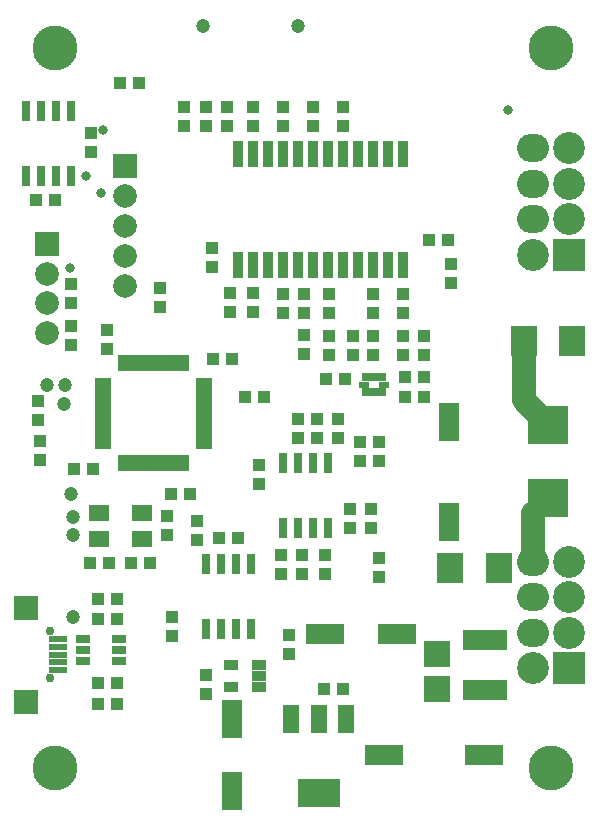
<source format=gts>
G04 Layer_Color=8388736*
%FSLAX25Y25*%
%MOIN*%
G70*
G01*
G75*
%ADD36C,0.07874*%
%ADD58R,0.04343X0.03950*%
%ADD59R,0.03950X0.04343*%
%ADD60R,0.03162X0.06784*%
%ADD61R,0.06706X0.12611*%
%ADD62R,0.04737X0.03162*%
%ADD63R,0.08674X0.09855*%
%ADD64R,0.14579X0.06706*%
%ADD65R,0.03359X0.08674*%
%ADD66R,0.06115X0.02375*%
%ADD67R,0.07887X0.08280*%
%ADD68C,0.04737*%
%ADD69R,0.07099X0.05721*%
%ADD70R,0.05131X0.03359*%
%ADD71R,0.05524X0.09461*%
%ADD72R,0.14186X0.09461*%
%ADD73R,0.12611X0.06706*%
%ADD74R,0.08674X0.08674*%
%ADD75R,0.05524X0.01981*%
%ADD76R,0.01981X0.05524*%
%ADD77R,0.13792X0.12611*%
%ADD78R,0.01981X0.03064*%
%ADD79R,0.03280X0.01981*%
%ADD80C,0.07887*%
%ADD81R,0.07887X0.07887*%
%ADD82C,0.02965*%
%ADD83C,0.14973*%
%ADD84R,0.10642X0.10642*%
%ADD85C,0.10642*%
%ADD86O,0.10642X0.09461*%
%ADD87O,0.10642X0.09461*%
%ADD88C,0.03162*%
D36*
X368890Y335315D02*
X376071Y328134D01*
X368890Y335315D02*
Y355000D01*
X372047Y281496D02*
Y297843D01*
D58*
X240650Y441000D02*
D03*
X234350Y441000D02*
D03*
X230650Y281000D02*
D03*
X224350Y281000D02*
D03*
X237850D02*
D03*
X244150Y281000D02*
D03*
X212650Y402000D02*
D03*
X206350Y402000D02*
D03*
X233150Y234000D02*
D03*
X226850Y234000D02*
D03*
Y269000D02*
D03*
X233150Y269000D02*
D03*
X225150Y312500D02*
D03*
X218850Y312500D02*
D03*
X226850Y262500D02*
D03*
X233150Y262500D02*
D03*
X226850Y241000D02*
D03*
X233150Y241000D02*
D03*
X329350Y336500D02*
D03*
X335650Y336500D02*
D03*
X343650Y388650D02*
D03*
X337350Y388650D02*
D03*
X251350Y304000D02*
D03*
X257650Y304000D02*
D03*
X267350Y289500D02*
D03*
X273650Y289500D02*
D03*
X308650Y239000D02*
D03*
X302350Y239000D02*
D03*
X282150Y336500D02*
D03*
X275850Y336500D02*
D03*
X265350Y349000D02*
D03*
X271650Y349000D02*
D03*
X302850Y342500D02*
D03*
X309150Y342500D02*
D03*
X335650Y343000D02*
D03*
X329350Y343000D02*
D03*
X314350Y321500D02*
D03*
X320650Y321500D02*
D03*
Y315000D02*
D03*
X314350Y315000D02*
D03*
D59*
X224500Y418000D02*
D03*
X224500Y424299D02*
D03*
X304000Y356799D02*
D03*
X304000Y350500D02*
D03*
X270000Y433150D02*
D03*
X270000Y426850D02*
D03*
X318500Y370650D02*
D03*
X318500Y364350D02*
D03*
X308500Y433150D02*
D03*
X308500Y426850D02*
D03*
X271000Y364850D02*
D03*
X271000Y371150D02*
D03*
X335500Y350350D02*
D03*
X335500Y356650D02*
D03*
X255500Y426850D02*
D03*
X255500Y433150D02*
D03*
X207500Y315350D02*
D03*
X207500Y321650D02*
D03*
X207000Y335150D02*
D03*
X207000Y328850D02*
D03*
X304000Y364500D02*
D03*
X304000Y370799D02*
D03*
X312000Y350350D02*
D03*
X312000Y356650D02*
D03*
X278500Y426850D02*
D03*
X278500Y433150D02*
D03*
Y371150D02*
D03*
X278500Y364850D02*
D03*
X298500Y426850D02*
D03*
X298500Y433150D02*
D03*
X295500Y364350D02*
D03*
X295500Y370650D02*
D03*
X288500Y364350D02*
D03*
X288500Y370650D02*
D03*
X265000Y386150D02*
D03*
X265000Y379850D02*
D03*
X280500Y313650D02*
D03*
X280500Y307350D02*
D03*
X288500Y426850D02*
D03*
X288500Y433150D02*
D03*
X328500Y370650D02*
D03*
X328500Y364350D02*
D03*
Y350350D02*
D03*
X328500Y356650D02*
D03*
X263000Y426850D02*
D03*
X263000Y433150D02*
D03*
X247500Y366350D02*
D03*
X247500Y372650D02*
D03*
X251500Y263150D02*
D03*
X251500Y256850D02*
D03*
X250000Y296650D02*
D03*
X250000Y290350D02*
D03*
X260000Y288850D02*
D03*
X260000Y295150D02*
D03*
X290500Y257150D02*
D03*
X290500Y250850D02*
D03*
X263000Y237350D02*
D03*
X263000Y243650D02*
D03*
X320500Y282650D02*
D03*
X320500Y276350D02*
D03*
X311000Y299150D02*
D03*
X311000Y292850D02*
D03*
X318000D02*
D03*
X318000Y299150D02*
D03*
X288000Y283650D02*
D03*
X288000Y277350D02*
D03*
X302500Y283650D02*
D03*
X302500Y277350D02*
D03*
X295000D02*
D03*
X295000Y283650D02*
D03*
X230000Y352350D02*
D03*
X230000Y358650D02*
D03*
X218000Y374150D02*
D03*
X218000Y367850D02*
D03*
X218000Y360150D02*
D03*
X218000Y353850D02*
D03*
X344500Y380650D02*
D03*
X344500Y374350D02*
D03*
X295500Y350850D02*
D03*
X295500Y357150D02*
D03*
X293500Y322850D02*
D03*
X293500Y329150D02*
D03*
X300000D02*
D03*
X300000Y322850D02*
D03*
X307000D02*
D03*
X307000Y329150D02*
D03*
X318500Y356650D02*
D03*
X318500Y350350D02*
D03*
D60*
X213000Y431827D02*
D03*
X218000D02*
D03*
X208000D02*
D03*
X203000D02*
D03*
X218000Y410173D02*
D03*
X213000D02*
D03*
X203000D02*
D03*
X208000D02*
D03*
X273000Y280827D02*
D03*
X278000D02*
D03*
X268000D02*
D03*
X263000D02*
D03*
X278000Y259173D02*
D03*
X273000D02*
D03*
X263000D02*
D03*
X268000D02*
D03*
X293500Y292673D02*
D03*
X288500D02*
D03*
X298500D02*
D03*
X303500D02*
D03*
X288500Y314327D02*
D03*
X293500D02*
D03*
X303500D02*
D03*
X298500D02*
D03*
D61*
X344000Y328134D02*
D03*
Y294866D02*
D03*
X271500Y229008D02*
D03*
Y204992D02*
D03*
D62*
X222094Y248260D02*
D03*
Y252000D02*
D03*
Y255740D02*
D03*
X233906D02*
D03*
Y252000D02*
D03*
Y248260D02*
D03*
D63*
X344390Y279500D02*
D03*
X360610D02*
D03*
X385110Y355000D02*
D03*
X368890D02*
D03*
D64*
X356000Y255268D02*
D03*
X356000Y238732D02*
D03*
D65*
X278500Y417504D02*
D03*
X283500D02*
D03*
X288500D02*
D03*
X293500D02*
D03*
X318500D02*
D03*
X323500D02*
D03*
X298500D02*
D03*
X303500D02*
D03*
X308500D02*
D03*
X313500D02*
D03*
X323500Y380496D02*
D03*
X318500D02*
D03*
X293500D02*
D03*
X288500D02*
D03*
X283500D02*
D03*
X278500D02*
D03*
X313500D02*
D03*
X308500D02*
D03*
X303500D02*
D03*
X298500D02*
D03*
X273500D02*
D03*
X328500D02*
D03*
Y417504D02*
D03*
X273500D02*
D03*
D66*
X213531Y250500D02*
D03*
Y253059D02*
D03*
Y255618D02*
D03*
Y247941D02*
D03*
Y245382D02*
D03*
D67*
X203000Y266248D02*
D03*
Y234752D02*
D03*
D68*
X215500Y334000D02*
D03*
X216000Y340500D02*
D03*
X218500Y290500D02*
D03*
X218000Y304000D02*
D03*
X218500Y296500D02*
D03*
Y263000D02*
D03*
X210000Y340500D02*
D03*
X293500Y460000D02*
D03*
X262083D02*
D03*
D69*
X227217Y289169D02*
D03*
X241783Y297831D02*
D03*
Y289169D02*
D03*
X227217Y297831D02*
D03*
D70*
X280724Y239760D02*
D03*
X271276Y247240D02*
D03*
X280724D02*
D03*
X271276Y239760D02*
D03*
X280724Y243500D02*
D03*
D71*
X300500Y229205D02*
D03*
X309555D02*
D03*
X291445D02*
D03*
D72*
X300500Y204402D02*
D03*
D73*
X322232Y217000D02*
D03*
X355500D02*
D03*
X302492Y257500D02*
D03*
X326508D02*
D03*
D74*
X340000Y250905D02*
D03*
Y239094D02*
D03*
D75*
X228768Y331984D02*
D03*
Y333953D02*
D03*
Y335921D02*
D03*
Y337890D02*
D03*
Y339858D02*
D03*
Y341827D02*
D03*
Y330016D02*
D03*
Y328047D02*
D03*
Y326079D02*
D03*
Y324110D02*
D03*
Y322142D02*
D03*
Y320173D02*
D03*
X262232Y330016D02*
D03*
Y328047D02*
D03*
Y326079D02*
D03*
Y324110D02*
D03*
Y322142D02*
D03*
Y320173D02*
D03*
Y331984D02*
D03*
Y333953D02*
D03*
Y335921D02*
D03*
Y337890D02*
D03*
Y339858D02*
D03*
Y341827D02*
D03*
D76*
X246484Y347732D02*
D03*
X248453D02*
D03*
X250421D02*
D03*
X252390D02*
D03*
X254358D02*
D03*
X256327D02*
D03*
X244516D02*
D03*
X242547D02*
D03*
X240579D02*
D03*
X238610D02*
D03*
X236642D02*
D03*
X234673D02*
D03*
X256327Y314268D02*
D03*
X254358D02*
D03*
X252390D02*
D03*
X250421D02*
D03*
X248453D02*
D03*
X246484D02*
D03*
X234673D02*
D03*
X236642D02*
D03*
X238610D02*
D03*
X240579D02*
D03*
X242547D02*
D03*
X244516D02*
D03*
D77*
X377000Y327205D02*
D03*
Y302795D02*
D03*
D78*
X321953Y338000D02*
D03*
X319984D02*
D03*
X316047D02*
D03*
X318016D02*
D03*
X319984Y343000D02*
D03*
X321953D02*
D03*
X318016D02*
D03*
X316047D02*
D03*
D79*
X315614Y340500D02*
D03*
X322386D02*
D03*
D80*
X236000Y393500D02*
D03*
Y373500D02*
D03*
Y383500D02*
D03*
Y403500D02*
D03*
X210000Y377500D02*
D03*
Y367657D02*
D03*
Y357815D02*
D03*
D81*
X236000Y413500D02*
D03*
X210000Y387350D02*
D03*
D82*
X210874Y242626D02*
D03*
Y258374D02*
D03*
D83*
X212598Y452756D02*
D03*
X377953D02*
D03*
Y212598D02*
D03*
X212598D02*
D03*
D84*
X383858Y246063D02*
D03*
Y383858D02*
D03*
D85*
X372047Y246063D02*
D03*
X383858Y281496D02*
D03*
Y269685D02*
D03*
Y257874D02*
D03*
X372047Y383858D02*
D03*
X383858Y419291D02*
D03*
Y407480D02*
D03*
Y395669D02*
D03*
D86*
X372047Y281496D02*
D03*
Y257874D02*
D03*
Y419291D02*
D03*
Y395669D02*
D03*
D87*
Y269685D02*
D03*
Y407480D02*
D03*
D88*
X363500Y432000D02*
D03*
X223000Y410000D02*
D03*
X228000Y404500D02*
D03*
X217500Y379500D02*
D03*
X228500Y425500D02*
D03*
M02*

</source>
